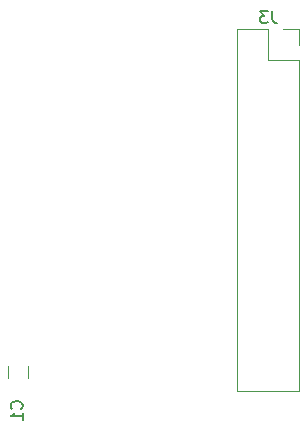
<source format=gbo>
G04 #@! TF.FileFunction,Legend,Bot*
%FSLAX46Y46*%
G04 Gerber Fmt 4.6, Leading zero omitted, Abs format (unit mm)*
G04 Created by KiCad (PCBNEW 4.0.6) date 04/04/18 23:00:04*
%MOMM*%
%LPD*%
G01*
G04 APERTURE LIST*
%ADD10C,0.100000*%
%ADD11C,0.120000*%
%ADD12C,0.150000*%
G04 APERTURE END LIST*
D10*
D11*
X38250000Y11500000D02*
X38250000Y12500000D01*
X39950000Y12500000D02*
X39950000Y11500000D01*
X62870000Y10430000D02*
X57670000Y10430000D01*
X62870000Y38430000D02*
X62870000Y10430000D01*
X57670000Y41030000D02*
X57670000Y10430000D01*
X62870000Y38430000D02*
X60270000Y38430000D01*
X60270000Y38430000D02*
X60270000Y41030000D01*
X60270000Y41030000D02*
X57670000Y41030000D01*
X62870000Y39700000D02*
X62870000Y41030000D01*
X62870000Y41030000D02*
X61540000Y41030000D01*
D12*
X39387143Y8916666D02*
X39434762Y8964285D01*
X39482381Y9107142D01*
X39482381Y9202380D01*
X39434762Y9345238D01*
X39339524Y9440476D01*
X39244286Y9488095D01*
X39053810Y9535714D01*
X38910952Y9535714D01*
X38720476Y9488095D01*
X38625238Y9440476D01*
X38530000Y9345238D01*
X38482381Y9202380D01*
X38482381Y9107142D01*
X38530000Y8964285D01*
X38577619Y8916666D01*
X39482381Y7964285D02*
X39482381Y8535714D01*
X39482381Y8250000D02*
X38482381Y8250000D01*
X38625238Y8345238D01*
X38720476Y8440476D01*
X38768095Y8535714D01*
X60603333Y42577619D02*
X60603333Y41863333D01*
X60650953Y41720476D01*
X60746191Y41625238D01*
X60889048Y41577619D01*
X60984286Y41577619D01*
X60222381Y42577619D02*
X59603333Y42577619D01*
X59936667Y42196667D01*
X59793809Y42196667D01*
X59698571Y42149048D01*
X59650952Y42101429D01*
X59603333Y42006190D01*
X59603333Y41768095D01*
X59650952Y41672857D01*
X59698571Y41625238D01*
X59793809Y41577619D01*
X60079524Y41577619D01*
X60174762Y41625238D01*
X60222381Y41672857D01*
M02*

</source>
